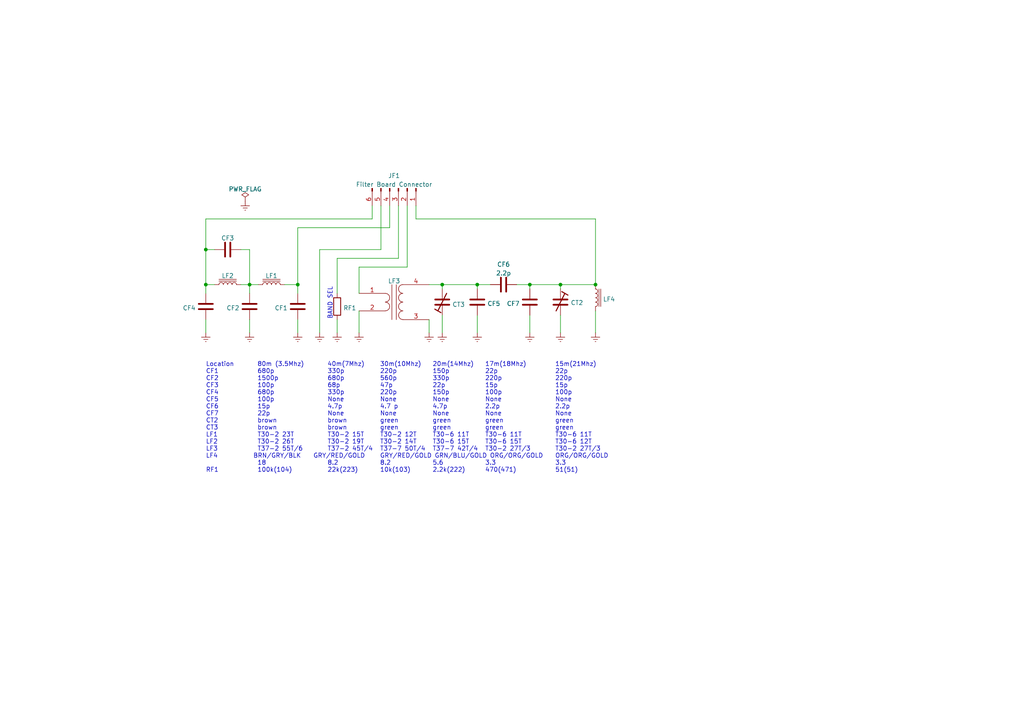
<source format=kicad_sch>
(kicad_sch (version 20211123) (generator eeschema)
  (paper "A4")
  (title_block (title "AT Sprint 3B.1 Filter Board") (date "2022-05-19") (company "Craftsman") (comment 1 "By BH4DKR Designs, Junwei Cheng"))
  (lib_symbols
    (symbol "Connector:Conn_01x06_Male" (pin_names (offset 1.016) hide)
      (property "Reference" "J" (at 0 7.62 0))
      (property "Value" "Conn_01x06_Male" (at 0 -10.16 0))
      (symbol "Conn_01x06_Male_1_1"
        (polyline (pts (xy 1.27 -7.62) (xy 0.8636 -7.62)) (stroke (width 0.1524)))
        (polyline (pts (xy 1.27 -5.08) (xy 0.8636 -5.08)) (stroke (width 0.1524)))
        (polyline (pts (xy 1.27 -2.54) (xy 0.8636 -2.54)) (stroke (width 0.1524)))
        (polyline (pts (xy 1.27 0) (xy 0.8636 0)) (stroke (width 0.1524)))
        (polyline (pts (xy 1.27 2.54) (xy 0.8636 2.54)) (stroke (width 0.1524)))
        (polyline (pts (xy 1.27 5.08) (xy 0.8636 5.08)) (stroke (width 0.1524)))
        (rectangle (start 0.8636 -7.493) (end 0 -7.747) (stroke (width 0.1524)) (fill (type outline)))
        (rectangle (start 0.8636 -4.953) (end 0 -5.207) (stroke (width 0.1524)) (fill (type outline)))
        (rectangle (start 0.8636 -2.413) (end 0 -2.667) (stroke (width 0.1524)) (fill (type outline)))
        (rectangle (start 0.8636 0.127) (end 0 -0.127) (stroke (width 0.1524)) (fill (type outline)))
        (rectangle (start 0.8636 2.667) (end 0 2.413) (stroke (width 0.1524)) (fill (type outline)))
        (rectangle (start 0.8636 5.207) (end 0 4.953) (stroke (width 0.1524)) (fill (type outline)))
        (pin passive line (at 5.08 5.08 180) (length 3.81) (name "Pin_1") (number "1"))
        (pin passive line (at 5.08 2.54 180) (length 3.81) (name "Pin_2") (number "2"))
        (pin passive line (at 5.08 0 180) (length 3.81) (name "Pin_3") (number "3"))
        (pin passive line (at 5.08 -2.54 180) (length 3.81) (name "Pin_4") (number "4"))
        (pin passive line (at 5.08 -5.08 180) (length 3.81) (name "Pin_5") (number "5"))
        (pin passive line (at 5.08 -7.62 180) (length 3.81) (name "Pin_6") (number "6"))
      )
    )
    (symbol "Device:C" (pin_numbers hide) (pin_names (offset 0.254))
      (property "Reference" "C" (at 0.635 2.54 0))
      (property "Value" "C" (at 0.635 -2.54 0))
      (symbol "C_0_1"
        (polyline (pts (xy -2.032 -0.762) (xy 2.032 -0.762)) (stroke (width 0.508)))
        (polyline (pts (xy -2.032 0.762) (xy 2.032 0.762)) (stroke (width 0.508)))
      )
      (symbol "C_1_1"
        (pin passive line (at 0 3.81 270) (length 2.794) (name "~") (number "1"))
        (pin passive line (at 0 -3.81 90) (length 2.794) (name "~") (number "2"))
      )
    )
    (symbol "Device:C_Trim" (pin_numbers hide) (pin_names (offset 0.254) hide)
      (property "Reference" "C" (at 1.524 -2.032 0))
      (property "Value" "C_Trim" (at 3.048 -3.556 0))
      (symbol "C_Trim_0_1"
        (polyline (pts (xy -2.032 -0.762) (xy 2.032 -0.762)) (stroke (width 0.508)))
        (polyline (pts (xy -2.032 0.762) (xy 2.032 0.762)) (stroke (width 0.508)))
        (polyline (pts (xy 1.27 2.54) (xy -1.27 -2.54)) (stroke (width 0.3048)))
        (polyline (pts (xy 1.27 2.54) (xy 0.381 3.048)) (stroke (width 0.3048)))
        (polyline (pts (xy 1.27 2.54) (xy 2.159 2.032)) (stroke (width 0.3048)))
      )
      (symbol "C_Trim_1_1"
        (pin passive line (at 0 3.81 270) (length 3.048) (name "~") (number "1"))
        (pin passive line (at 0 -3.81 90) (length 3.048) (name "~") (number "2"))
      )
    )
    (symbol "Device:L_Iron" (pin_numbers hide) (pin_names (offset 1.016) hide)
      (property "Reference" "L" (at -1.27 0 90))
      (property "Value" "L_Iron" (at 2.794 0 90))
      (symbol "L_Iron_0_1"
        (arc (start 0 -2.54) (mid 0.635 -1.905) (end 0 -1.27))
        (arc (start 0 -1.27) (mid 0.635 -0.635) (end 0 0))
        (polyline (pts (xy 1.016 2.54) (xy 1.016 -2.54)))
        (polyline (pts (xy 1.524 -2.54) (xy 1.524 2.54)))
        (arc (start 0 0) (mid 0.635 0.635) (end 0 1.27))
        (arc (start 0 1.27) (mid 0.635 1.905) (end 0 2.54))
      )
      (symbol "L_Iron_1_1"
        (pin passive line (at 0 3.81 270) (length 1.27) (name "1") (number "1"))
        (pin passive line (at 0 -3.81 90) (length 1.27) (name "2") (number "2"))
      )
    )
    (symbol "Device:R" (pin_numbers hide) (pin_names (offset 0))
      (property "Reference" "R" (at 2.032 0 90))
      (property "Value" "R" (at 0 0 90))
      (symbol "R_0_1"
        (rectangle (start -1.016 -2.54) (end 1.016 2.54) (stroke (width 0.254)))
      )
      (symbol "R_1_1"
        (pin passive line (at 0 3.81 270) (length 1.27) (name "~") (number "1"))
        (pin passive line (at 0 -3.81 90) (length 1.27) (name "~") (number "2"))
      )
    )
    (symbol "craftsmanICs:Transformer_1P_1S_1vsN" (pin_names hide)
      (property "Reference" "U" (at 0 9.4996 0))
      (property "Value" "Transformer_1P_1S_1vsN" (at 0 7.5692 0))
      (symbol "Transformer_1P_1S_1vsN_0_1"
        (arc (start -2.54 -2.5146) (mid -1.6599 -2.1501) (end -1.27 -1.27))
        (arc (start -2.54 0.0254) (mid -1.6599 0.3899) (end -1.27 1.27))
        (arc (start -1.27 -1.27) (mid -1.642 -0.372) (end -2.54 0))
        (arc (start -1.27 1.27) (mid -1.642 2.168) (end -2.54 2.54))
        (polyline (pts (xy -0.635 5.08) (xy -0.635 -5.08)))
        (polyline (pts (xy 0.635 -5.08) (xy 0.635 5.08)))
        (arc (start 1.2954 -1.27) (mid 1.6599 -2.1501) (end 2.54 -2.5146))
        (arc (start 1.2954 1.27) (mid 1.6599 0.3899) (end 2.54 0.0254))
        (arc (start 1.2954 3.81) (mid 1.6599 2.9299) (end 2.54 2.5654))
        (arc (start 1.3208 -3.81) (mid 1.6853 -4.6901) (end 2.5654 -5.0546))
        (arc (start 2.54 0) (mid 1.642 -0.372) (end 1.2954 -1.27))
        (arc (start 2.54 2.54) (mid 1.642 2.168) (end 1.2954 1.27))
        (arc (start 2.54 5.08) (mid 1.642 4.708) (end 1.2954 3.81))
        (arc (start 2.5654 -2.54) (mid 1.6674 -2.912) (end 1.3208 -3.81))
      )
      (symbol "Transformer_1P_1S_1vsN_1_1"
        (pin passive line (at -10.16 2.54 0) (length 7.62) (name "AA") (number "1"))
        (pin passive line (at -10.16 -2.54 0) (length 7.62) (name "AB") (number "2"))
        (pin passive line (at 10.16 -5.08 180) (length 7.62) (name "SA") (number "3"))
        (pin passive line (at 10.16 5.08 180) (length 7.62) (name "SB") (number "4"))
      )
    )
    (symbol "power:GNDREF" (power) (pin_names (offset 0))
      (property "Value" "GNDREF" (at 0 -3.81 0))
      (symbol "GNDREF_0_1"
        (polyline (pts (xy -0.635 -1.905) (xy 0.635 -1.905)))
        (polyline (pts (xy -0.127 -2.54) (xy 0.127 -2.54)))
        (polyline (pts (xy 0 -1.27) (xy 0 0)))
        (polyline (pts (xy 1.27 -1.27) (xy -1.27 -1.27)))
      )
      (symbol "GNDREF_1_1"
        (pin power_in line (at 0 0 270) (length 0) hide (name "GNDREF") (number "1"))
      )
    )
    (symbol "power:PWR_FLAG" (power) (pin_numbers hide) (pin_names (offset 0) hide)
      (property "Value" "PWR_FLAG" (at 0 3.81 0))
      (symbol "PWR_FLAG_0_0"
        (pin power_out line (at 0 0 90) (length 0) (name "pwr") (number "1"))
      )
      (symbol "PWR_FLAG_0_1"
        (polyline (pts (xy 0 0) (xy 0 1.27) (xy -1.016 1.905) (xy 0 2.54) (xy 1.016 1.905) (xy 0 1.27)))
      )
    )
  )
  (junction (at 59.69 72.39))
  (junction (at 153.67 82.55))
  (junction (at 72.39 82.55))
  (junction (at 86.36 82.55))
  (junction (at 138.43 82.55))
  (junction (at 172.72 82.55))
  (junction (at 59.69 82.55))
  (junction (at 162.56 82.55))
  (junction (at 128.27 82.55))
  (wire (pts (xy 110.49 59.69) (xy 110.49 72.39)))
  (wire (pts (xy 72.39 72.39) (xy 69.85 72.39)))
  (wire (pts (xy 59.69 63.5) (xy 107.95 63.5)))
  (wire (pts (xy 153.67 82.55) (xy 162.56 82.55)))
  (wire (pts (xy 97.79 74.93) (xy 115.57 74.93)))
  (wire (pts (xy 153.67 91.44) (xy 153.67 96.52)))
  (wire (pts (xy 113.03 66.04) (xy 113.03 59.69)))
  (wire (pts (xy 162.56 91.44) (xy 162.56 96.52)))
  (wire (pts (xy 72.39 82.55) (xy 72.39 85.09)))
  (wire (pts (xy 69.85 82.55) (xy 72.39 82.55)))
  (wire (pts (xy 162.56 82.55) (xy 172.72 82.55)))
  (wire (pts (xy 62.23 72.39) (xy 59.69 72.39)))
  (wire (pts (xy 97.79 92.71) (xy 97.79 96.52)))
  (wire (pts (xy 104.14 77.47) (xy 118.11 77.47)))
  (wire (pts (xy 86.36 66.04) (xy 113.03 66.04)))
  (wire (pts (xy 86.36 82.55) (xy 86.36 66.04)))
  (wire (pts (xy 153.67 82.55) (xy 153.67 83.82)))
  (wire (pts (xy 59.69 82.55) (xy 59.69 85.09)))
  (wire (pts (xy 86.36 96.52) (xy 86.36 92.71)))
  (wire (pts (xy 107.95 59.69) (xy 107.95 63.5)))
  (wire (pts (xy 172.72 96.52) (xy 172.72 90.17)))
  (wire (pts (xy 128.27 91.44) (xy 128.27 96.52)))
  (wire (pts (xy 138.43 91.44) (xy 138.43 96.52)))
  (wire (pts (xy 104.14 85.09) (xy 104.14 77.47)))
  (wire (pts (xy 128.27 82.55) (xy 138.43 82.55)))
  (wire (pts (xy 138.43 82.55) (xy 142.24 82.55)))
  (wire (pts (xy 59.69 96.52) (xy 59.69 92.71)))
  (wire (pts (xy 149.86 82.55) (xy 153.67 82.55)))
  (wire (pts (xy 72.39 96.52) (xy 72.39 92.71)))
  (wire (pts (xy 97.79 85.09) (xy 97.79 74.93)))
  (wire (pts (xy 72.39 82.55) (xy 74.93 82.55)))
  (wire (pts (xy 172.72 63.5) (xy 120.65 63.5)))
  (wire (pts (xy 138.43 82.55) (xy 138.43 83.82)))
  (wire (pts (xy 124.46 92.71) (xy 124.46 96.52)))
  (wire (pts (xy 162.56 82.55) (xy 162.56 83.82)))
  (wire (pts (xy 59.69 72.39) (xy 59.69 82.55)))
  (wire (pts (xy 118.11 77.47) (xy 118.11 59.69)))
  (wire (pts (xy 59.69 72.39) (xy 59.69 63.5)))
  (wire (pts (xy 115.57 74.93) (xy 115.57 59.69)))
  (wire (pts (xy 72.39 82.55) (xy 72.39 72.39)))
  (wire (pts (xy 82.55 82.55) (xy 86.36 82.55)))
  (wire (pts (xy 124.46 82.55) (xy 128.27 82.55)))
  (wire (pts (xy 59.69 82.55) (xy 62.23 82.55)))
  (wire (pts (xy 172.72 82.55) (xy 172.72 63.5)))
  (wire (pts (xy 92.71 72.39) (xy 110.49 72.39)))
  (wire (pts (xy 104.14 90.17) (xy 104.14 96.52)))
  (wire (pts (xy 120.65 63.5) (xy 120.65 59.69)))
  (wire (pts (xy 86.36 82.55) (xy 86.36 85.09)))
  (wire (pts (xy 92.71 96.52) (xy 92.71 72.39)))
  (wire (pts (xy 128.27 82.55) (xy 128.27 83.82)))
  (text "BAND SEL" (at 96.52 92.71 90) (effects (font (size 1.27 1.27)) (justify left bottom)))
  (text "Location	80m (3.5Mhz)	40m(7Mhz)	30m(10Mhz)	20m(14Mhz)	17m(18Mhz)		15m(21Mhz)\nCF1			680p			330p		220p		150p 		22p				22p\nCF2			1500p			680p		560p		330p		220p			220p \nCF3			100p			68p			47p			22p			15p				15p\nCF4			680p			330p		220p		150p		100p			100p\nCF5			100p			None		None		None		None			None\nCF6			15p				4.7p		4.7 p 		4.7p 		2.2p			2.2p\nCF7			22p 			None		None		None		None			None\nCT2			brown			brown		green		green		green			green\nCT3			brown			brown		green		green		green			green\nLF1			T30-2 23T	 	T30-2 15T	T30-2 12T	T30-6 11T	T30-6 11T		T30-6 11T\nLF2			T30-2 26T	 	T30-2 19T	T30-2 14T	T30-6 15T	T30-6 15T		T30-6 12T\nLF3			T37-2 55T/6		T37-2 45T/4	T37-7 50T/4	T37-7 42T/4	T30-2 27T/3 	T30-2 27T/3 \nLF4		    BRN/GRY/BLK	 GRY/RED/GOLD 	GRY/RED/GOLD GRN/BLU/GOLD ORG/ORG/GOLD 	ORG/ORG/GOLD\n			18				8.2			8.2			5.6			3.3				3.3\nRF1			100k(104)		22k(223)	10k(103)	2.2k(222)	470(471)		51(51)\n" (at 59.69 137.16 0) (effects (font (size 1.27 1.27)) (justify left bottom)))
  (symbol (lib_id "Connector:Conn_01x06_Male") (at 115.57 54.61 270) (unit 1)
    (property "Reference" "JF1" (at 114.3 50.961 90))
    (property "Value" "Filter Board Connector" (at 114.3 53.4979 90))
    (property "Footprint" "Connector_PinHeader_2.54mm:PinHeader_1x06_P2.54mm_Vertical" (effects hide))
  )
  (symbol (lib_id "power:GNDREF") (at 153.67 96.52 0) (unit 1)
    (property "Reference" "#PWR0111" (effects hide))
    (property "Value" "GNDREF" (effects hide))
  )
  (symbol (lib_id "power:GNDREF") (at 97.79 96.52 0) (unit 1)
    (property "Reference" "#PWR0108" (effects hide))
    (property "Value" "GNDREF" (effects hide))
  )
  (symbol (lib_id "craftsmanICs:Transformer_1P_1S_1vsN") (at 114.3 87.63 0) (unit 1)
    (property "Reference" "LF3" (at 114.3127 81.514 0))
    (property "Value" "Transformer_1P_1S_1vsN" (effects hide))
    (property "Footprint" "CraftsmanICs:Toroid_transformer_horizontal_T37" (effects hide))
  )
  (symbol (lib_id "power:GNDREF") (at 138.43 96.52 0) (unit 1)
    (property "Reference" "#PWR0110" (effects hide))
    (property "Value" "GNDREF" (effects hide))
  )
  (symbol (lib_id "Device:L_Iron") (at 66.04 82.55 90) (unit 1)
    (property "Reference" "LF2" (at 66.04 79.9902 90))
    (property "Value" "L_Iron" (effects hide))
    (property "Footprint" "CraftsmanICs:Toroid_horizontal_T37" (effects hide))
  )
  (symbol (lib_id "power:GNDREF") (at 59.69 96.52 0) (unit 1)
    (property "Reference" "#PWR0102" (effects hide))
    (property "Value" "GNDREF" (effects hide))
  )
  (symbol (lib_id "power:GNDREF") (at 104.14 96.52 0) (unit 1)
    (property "Reference" "#PWR0103" (effects hide))
    (property "Value" "GNDREF" (effects hide))
  )
  (symbol (lib_id "Device:C_Trim") (at 128.27 87.63 180) (unit 1)
    (property "Reference" "CT3" (at 131.191 88.3178 0) (effects (justify right)))
    (property "Value" "C_Trim" (effects hide))
    (property "Footprint" "CraftsmanICs:C_TRIMMER_TZ03" (effects hide))
  )
  (symbol (lib_id "Device:C") (at 146.05 82.55 90) (unit 1)
    (property "Reference" "CF6" (at 146.05 76.6912 90))
    (property "Value" "2.2p" (at 146.05 79.2281 90))
    (property "Footprint" "Capacitor_THT:C_Disc_D5.0mm_W2.5mm_P5.00mm" (effects hide))
  )
  (symbol (lib_id "Device:C") (at 59.69 88.9 0) (mirror x) (unit 1)
    (property "Reference" "CF4" (at 56.7691 89.3338 0) (effects (justify right)))
    (property "Value" "C" (effects hide))
    (property "Footprint" "Capacitor_THT:C_Disc_D5.0mm_W2.5mm_P5.00mm" (effects hide))
  )
  (symbol (lib_id "power:GNDREF") (at 71.12 58.42 0) (unit 1)
    (property "Reference" "#PWR0113" (effects hide))
    (property "Value" "GNDREF" (effects hide))
  )
  (symbol (lib_id "Device:C_Trim") (at 162.56 87.63 0) (unit 1)
    (property "Reference" "CT2" (at 165.5064 87.8098 0) (effects (justify left)))
    (property "Value" "C_Trim" (effects hide))
    (property "Footprint" "CraftsmanICs:C_TRIMMER_TZ03" (effects hide))
  )
  (symbol (lib_id "Device:L_Iron") (at 172.72 86.36 0) (unit 1)
    (property "Reference" "LF4" (at 174.879 86.7938 0) (effects (justify left)))
    (property "Value" "L_Iron" (effects hide))
    (property "Footprint" "Inductor_THT:L_Axial_L7.0mm_D3.3mm_P2.54mm_Vertical_Fastron_MICC" (effects hide))
  )
  (symbol (lib_id "power:GNDREF") (at 92.71 96.52 0) (unit 1)
    (property "Reference" "#PWR0107" (effects hide))
    (property "Value" "GNDREF" (effects hide))
  )
  (symbol (lib_id "Device:C") (at 153.67 87.63 0) (mirror x) (unit 1)
    (property "Reference" "CF7" (at 150.7491 88.0638 0) (effects (justify right)))
    (property "Value" "C" (effects hide))
    (property "Footprint" "Capacitor_THT:C_Disc_D5.0mm_W2.5mm_P5.00mm" (effects hide))
  )
  (symbol (lib_id "Device:R") (at 97.79 88.9 0) (unit 1)
    (property "Reference" "RF1" (at 99.568 89.3338 0) (effects (justify left)))
    (property "Value" "R" (effects hide))
    (property "Footprint" "Resistor_SMD:R_0805_2012Metric_Pad1.20x1.40mm_HandSolder" (effects hide))
  )
  (symbol (lib_id "Device:L_Iron") (at 78.74 82.55 90) (unit 1)
    (property "Reference" "LF1" (at 78.74 79.9902 90))
    (property "Value" "L_Iron" (effects hide))
    (property "Footprint" "CraftsmanICs:Toroid_horizontal_T37" (effects hide))
  )
  (symbol (lib_id "power:GNDREF") (at 128.27 96.52 0) (unit 1)
    (property "Reference" "#PWR0105" (effects hide))
    (property "Value" "GNDREF" (effects hide))
  )
  (symbol (lib_id "power:PWR_FLAG") (at 71.12 58.42 0) (unit 1)
    (property "Reference" "#FLG0101" (effects hide))
    (property "Value" "PWR_FLAG" (at 71.12 54.8442 0))
  )
  (symbol (lib_id "power:GNDREF") (at 124.46 96.52 0) (unit 1)
    (property "Reference" "#PWR0104" (effects hide))
    (property "Value" "GNDREF" (effects hide))
  )
  (symbol (lib_id "Device:C") (at 72.39 88.9 0) (unit 1)
    (property "Reference" "CF2" (at 69.469 89.3338 0) (effects (justify right)))
    (property "Value" "C" (effects hide))
    (property "Footprint" "Capacitor_THT:C_Disc_D5.0mm_W2.5mm_P5.00mm" (effects hide))
  )
  (symbol (lib_id "Device:C") (at 86.36 88.9 0) (unit 1)
    (property "Reference" "CF1" (at 83.439 89.3338 0) (effects (justify right)))
    (property "Value" "C" (effects hide))
    (property "Footprint" "Capacitor_THT:C_Disc_D5.0mm_W2.5mm_P5.00mm" (effects hide))
  )
  (symbol (lib_id "power:GNDREF") (at 172.72 96.52 0) (unit 1)
    (property "Reference" "#PWR0109" (effects hide))
    (property "Value" "GNDREF" (effects hide))
  )
  (symbol (lib_id "power:GNDREF") (at 86.36 96.52 0) (unit 1)
    (property "Reference" "#PWR0106" (effects hide))
    (property "Value" "GNDREF" (effects hide))
  )
  (symbol (lib_id "Device:C") (at 138.43 87.63 0) (unit 1)
    (property "Reference" "CF5" (at 141.351 88.0638 0) (effects (justify left)))
    (property "Value" "C" (effects hide))
    (property "Footprint" "Capacitor_THT:C_Disc_D5.0mm_W2.5mm_P5.00mm" (effects hide))
  )
  (symbol (lib_id "power:GNDREF") (at 72.39 96.52 0) (unit 1)
    (property "Reference" "#PWR0101" (effects hide))
    (property "Value" "GNDREF" (effects hide))
  )
  (symbol (lib_id "power:GNDREF") (at 162.56 96.52 0) (unit 1)
    (property "Reference" "#PWR0112" (effects hide))
    (property "Value" "GNDREF" (effects hide))
  )
  (symbol (lib_id "Device:C") (at 66.04 72.39 90) (unit 1)
    (property "Reference" "CF3" (at 66.04 69.0682 90))
    (property "Value" "C" (effects hide))
    (property "Footprint" "Capacitor_THT:C_Disc_D5.0mm_W2.5mm_P5.00mm" (effects hide))
  )
)
</source>
